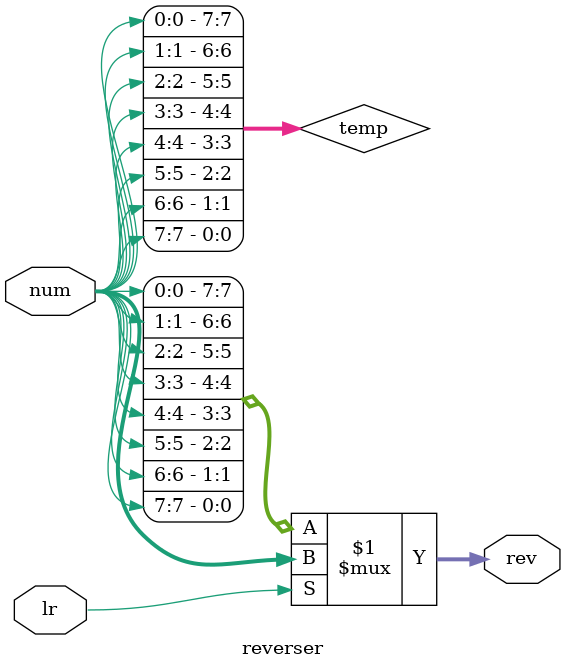
<source format=sv>
`timescale 1ns / 1ps


module reverser
#(parameter N = 8)
(
    input logic [N-1:0] num, 
    input logic lr, 
    output logic [N-1:0] rev
);
    // constant declarations 
    localparam N1 = N - 1;
    
    // signal declarations 
    logic [N1:0] temp;
    
    // body 
    generate // concurrent for loop 
        genvar i;
        for (i = 0; i <= N1; i = i + 1)
            assign temp[i] = num[N1 - i];
    endgenerate
    assign rev = lr ? num : temp; // if shift right, dont reverse. if shift left, take temp which is reversed. 
endmodule

</source>
